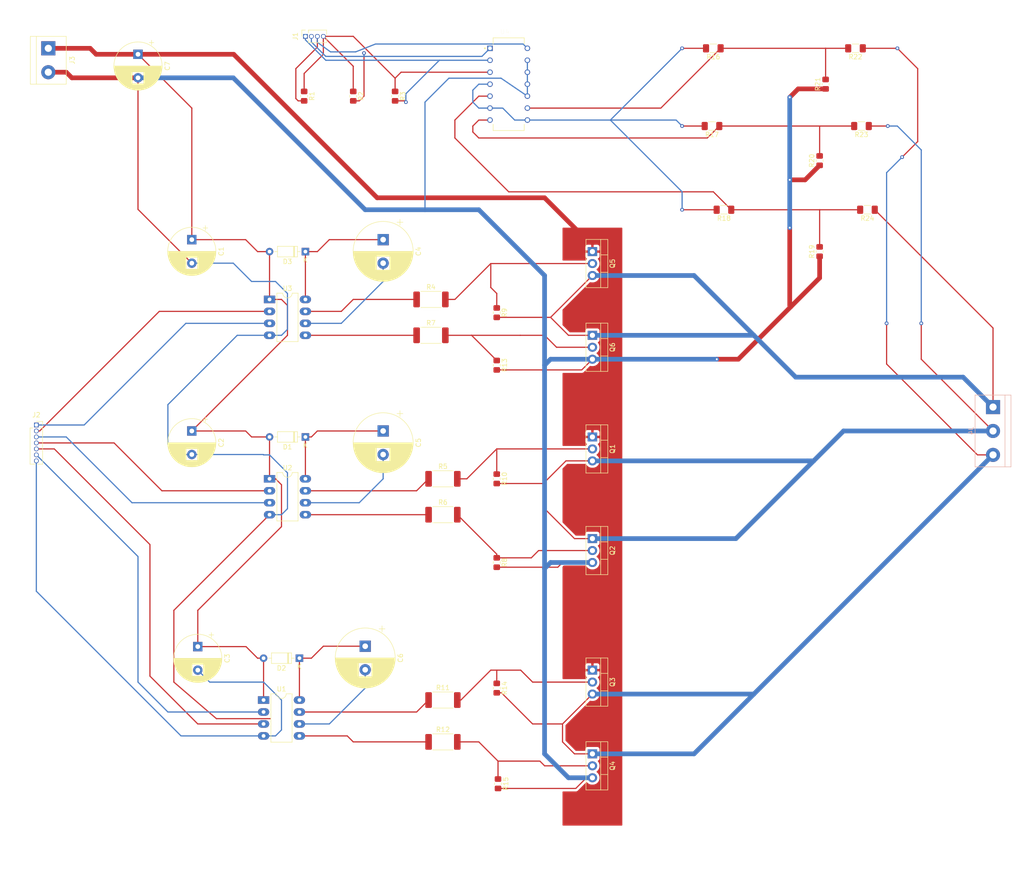
<source format=kicad_pcb>
(kicad_pcb (version 20171130) (host pcbnew "(5.1.8)-1")
  (title_block (title "Sensorless BLDC Electronic Speed Controller") (date 2020-12-10) (rev 0.1) (company "Ahmet Kaan Büyükkaya") (comment 1 "Layout will be updated. PCB will be smaller."))
  (layers (0 F.Cu signal) (31 B.Cu signal) (34 B.Paste user) (35 F.Paste user) (36 B.SilkS user) (37 F.SilkS user) (38 B.Mask user) (39 F.Mask user) (44 Edge.Cuts user))
  (net 0 "")
  (net 1 +12V)
  (net 2 "Net-(C4-Pad2)")
  (net 3 "Net-(C4-Pad1)")
  (net 4 "Net-(C5-Pad2)")
  (net 5 "Net-(C5-Pad1)")
  (net 6 "Net-(C6-Pad2)")
  (net 7 "Net-(C6-Pad1)")
  (net 8 GND)
  (net 9 +3V3)
  (net 10 "Net-(J1-Pad3)")
  (net 11 "Net-(J1-Pad2)")
  (net 12 "Net-(J1-Pad1)")
  (net 13 "Net-(J2-Pad6)")
  (net 14 "Net-(J2-Pad5)")
  (net 15 "Net-(J2-Pad4)")
  (net 16 "Net-(J2-Pad3)")
  (net 17 "Net-(J2-Pad2)")
  (net 18 "Net-(J2-Pad1)")
  (net 19 "Net-(J4-Pad3)")
  (net 20 "Net-(J4-Pad2)")
  (net 21 "Net-(J4-Pad1)")
  (net 22 "Net-(Q1-Pad2)")
  (net 23 "Net-(Q2-Pad2)")
  (net 24 "Net-(Q3-Pad2)")
  (net 25 "Net-(Q4-Pad2)")
  (net 26 "Net-(Q5-Pad2)")
  (net 27 "Net-(Q6-Pad2)")
  (net 28 "Net-(R4-Pad1)")
  (net 29 "Net-(R5-Pad1)")
  (net 30 "Net-(R6-Pad1)")
  (net 31 "Net-(R7-Pad1)")
  (net 32 "Net-(R11-Pad1)")
  (net 33 "Net-(R12-Pad1)")
  (net 34 "Net-(R16-Pad2)")
  (net 35 "Net-(R16-Pad1)")
  (net 36 "Net-(R17-Pad1)")
  (net 37 "Net-(R18-Pad1)")
  (module LM339N:DIP794W45P254L1969H508Q14 (layer F.Cu) (at 115.57 25.4)
    (fp_text reference U4 (at -0.825 -11.135) (layer F.SilkS) (effects (font (thickness 0.015))))
    (fp_text value LM339N)
    (pad 14 thru_hole circle (at 3.97 -7.62) (size 1.17 1.17) (drill 0.77) (layers *.Cu *.Mask) (net 10 "Net-(J1-Pad3)"))
    (pad 13 thru_hole circle (at 3.97 -5.08) (size 1.17 1.17) (drill 0.77) (layers *.Cu *.Mask) (net 8 GND))
    (pad 12 thru_hole circle (at 3.97 -2.54) (size 1.17 1.17) (drill 0.77) (layers *.Cu *.Mask) (net 8 GND))
    (pad 11 thru_hole circle (at 3.97 0) (size 1.17 1.17) (drill 0.77) (layers *.Cu *.Mask) (net 8 GND))
    (pad 10 thru_hole circle (at 3.97 2.54) (size 1.17 1.17) (drill 0.77) (layers *.Cu *.Mask) (net 8 GND))
    (pad 9 thru_hole circle (at 3.97 5.08) (size 1.17 1.17) (drill 0.77) (layers *.Cu *.Mask) (net 35 "Net-(R16-Pad1)"))
    (pad 8 thru_hole circle (at 3.97 7.62) (size 1.17 1.17) (drill 0.77) (layers *.Cu *.Mask) (net 34 "Net-(R16-Pad2)"))
    (pad 7 thru_hole circle (at -3.97 7.62) (size 1.17 1.17) (drill 0.77) (layers *.Cu *.Mask) (net 36 "Net-(R17-Pad1)"))
    (pad 6 thru_hole circle (at -3.97 5.08) (size 1.17 1.17) (drill 0.77) (layers *.Cu *.Mask) (net 34 "Net-(R16-Pad2)"))
    (pad 5 thru_hole circle (at -3.97 2.54) (size 1.17 1.17) (drill 0.77) (layers *.Cu *.Mask) (net 37 "Net-(R18-Pad1)"))
    (pad 4 thru_hole circle (at -3.97 0) (size 1.17 1.17) (drill 0.77) (layers *.Cu *.Mask) (net 34 "Net-(R16-Pad2)"))
    (pad 3 thru_hole circle (at -3.97 -2.54) (size 1.17 1.17) (drill 0.77) (layers *.Cu *.Mask) (net 9 +3V3))
    (pad 2 thru_hole circle (at -3.97 -5.08) (size 1.17 1.17) (drill 0.77) (layers *.Cu *.Mask) (net 12 "Net-(J1-Pad1)"))
    (pad 1 thru_hole rect (at -3.97 -7.62) (size 1.17 1.17) (drill 0.77) (layers *.Cu *.Mask) (net 11 "Net-(J1-Pad2)"))
  )
  (module Package_DIP:DIP-8_W7.62mm_LongPads (layer F.Cu) (at 64.77 71.12)
    (fp_text reference U3 (at 3.81 -2.33) (layer F.SilkS))
    (fp_text value IR2101)
    (pad 8 thru_hole oval (at 7.62 0) (size 2.4 1.6) (drill 0.8) (layers *.Cu *.Mask) (net 3 "Net-(C4-Pad1)"))
    (pad 4 thru_hole oval (at 0 7.62) (size 2.4 1.6) (drill 0.8) (layers *.Cu *.Mask) (net 8 GND))
    (pad 7 thru_hole oval (at 7.62 2.54) (size 2.4 1.6) (drill 0.8) (layers *.Cu *.Mask) (net 28 "Net-(R4-Pad1)"))
    (pad 3 thru_hole oval (at 0 5.08) (size 2.4 1.6) (drill 0.8) (layers *.Cu *.Mask) (net 18 "Net-(J2-Pad1)"))
    (pad 6 thru_hole oval (at 7.62 5.08) (size 2.4 1.6) (drill 0.8) (layers *.Cu *.Mask) (net 2 "Net-(C4-Pad2)"))
    (pad 2 thru_hole oval (at 0 2.54) (size 2.4 1.6) (drill 0.8) (layers *.Cu *.Mask) (net 17 "Net-(J2-Pad2)"))
    (pad 5 thru_hole oval (at 7.62 7.62) (size 2.4 1.6) (drill 0.8) (layers *.Cu *.Mask) (net 31 "Net-(R7-Pad1)"))
    (pad 1 thru_hole rect (at 0 0) (size 2.4 1.6) (drill 0.8) (layers *.Cu *.Mask) (net 1 +12V))
  )
  (module Package_DIP:DIP-8_W7.62mm_LongPads (layer F.Cu) (at 64.77 109.22)
    (fp_text reference U2 (at 3.81 -2.33) (layer F.SilkS))
    (fp_text value IR2101)
    (pad 8 thru_hole oval (at 7.62 0) (size 2.4 1.6) (drill 0.8) (layers *.Cu *.Mask) (net 5 "Net-(C5-Pad1)"))
    (pad 4 thru_hole oval (at 0 7.62) (size 2.4 1.6) (drill 0.8) (layers *.Cu *.Mask) (net 8 GND))
    (pad 7 thru_hole oval (at 7.62 2.54) (size 2.4 1.6) (drill 0.8) (layers *.Cu *.Mask) (net 29 "Net-(R5-Pad1)"))
    (pad 3 thru_hole oval (at 0 5.08) (size 2.4 1.6) (drill 0.8) (layers *.Cu *.Mask) (net 16 "Net-(J2-Pad3)"))
    (pad 6 thru_hole oval (at 7.62 5.08) (size 2.4 1.6) (drill 0.8) (layers *.Cu *.Mask) (net 4 "Net-(C5-Pad2)"))
    (pad 2 thru_hole oval (at 0 2.54) (size 2.4 1.6) (drill 0.8) (layers *.Cu *.Mask) (net 15 "Net-(J2-Pad4)"))
    (pad 5 thru_hole oval (at 7.62 7.62) (size 2.4 1.6) (drill 0.8) (layers *.Cu *.Mask) (net 30 "Net-(R6-Pad1)"))
    (pad 1 thru_hole rect (at 0 0) (size 2.4 1.6) (drill 0.8) (layers *.Cu *.Mask) (net 1 +12V))
  )
  (module Package_DIP:DIP-8_W7.62mm_LongPads (layer F.Cu) (at 63.5 156.21)
    (fp_text reference U1 (at 3.81 -2.33) (layer F.SilkS))
    (fp_text value IR2101)
    (pad 8 thru_hole oval (at 7.62 0) (size 2.4 1.6) (drill 0.8) (layers *.Cu *.Mask) (net 7 "Net-(C6-Pad1)"))
    (pad 4 thru_hole oval (at 0 7.62) (size 2.4 1.6) (drill 0.8) (layers *.Cu *.Mask) (net 8 GND))
    (pad 7 thru_hole oval (at 7.62 2.54) (size 2.4 1.6) (drill 0.8) (layers *.Cu *.Mask) (net 32 "Net-(R11-Pad1)"))
    (pad 3 thru_hole oval (at 0 5.08) (size 2.4 1.6) (drill 0.8) (layers *.Cu *.Mask) (net 14 "Net-(J2-Pad5)"))
    (pad 6 thru_hole oval (at 7.62 5.08) (size 2.4 1.6) (drill 0.8) (layers *.Cu *.Mask) (net 6 "Net-(C6-Pad2)"))
    (pad 2 thru_hole oval (at 0 2.54) (size 2.4 1.6) (drill 0.8) (layers *.Cu *.Mask) (net 13 "Net-(J2-Pad6)"))
    (pad 5 thru_hole oval (at 7.62 7.62) (size 2.4 1.6) (drill 0.8) (layers *.Cu *.Mask) (net 33 "Net-(R12-Pad1)"))
    (pad 1 thru_hole rect (at 0 0) (size 2.4 1.6) (drill 0.8) (layers *.Cu *.Mask) (net 1 +12V))
  )
  (module Resistor_SMD:R_1206_3216Metric_Pad1.30x1.75mm_HandSolder (layer F.Cu) (at 191.77 52.07 180)
    (fp_text reference R24 (at 0 -1.82) (layer F.SilkS))
    (fp_text value 33k)
    (pad 2 smd roundrect (at 1.55 0 180) (size 1.3 1.75) (layers F.Cu F.Paste F.Mask) (roundrect_rratio 0.1923076923076923) (net 37 "Net-(R18-Pad1)"))
    (pad 1 smd roundrect (at -1.55 0 180) (size 1.3 1.75) (layers F.Cu F.Paste F.Mask) (roundrect_rratio 0.1923076923076923) (net 21 "Net-(J4-Pad1)"))
  )
  (module Resistor_SMD:R_1206_3216Metric_Pad1.30x1.75mm_HandSolder (layer F.Cu) (at 190.5 34.29 180)
    (fp_text reference R23 (at 0 -1.82) (layer F.SilkS))
    (fp_text value 33k)
    (pad 2 smd roundrect (at 1.55 0 180) (size 1.3 1.75) (layers F.Cu F.Paste F.Mask) (roundrect_rratio 0.1923076923076923) (net 36 "Net-(R17-Pad1)"))
    (pad 1 smd roundrect (at -1.55 0 180) (size 1.3 1.75) (layers F.Cu F.Paste F.Mask) (roundrect_rratio 0.1923076923076923) (net 20 "Net-(J4-Pad2)"))
  )
  (module Resistor_SMD:R_1206_3216Metric_Pad1.30x1.75mm_HandSolder (layer F.Cu) (at 189.23 17.78 180)
    (fp_text reference R22 (at 0 -1.82) (layer F.SilkS))
    (fp_text value 33k)
    (pad 2 smd roundrect (at 1.55 0 180) (size 1.3 1.75) (layers F.Cu F.Paste F.Mask) (roundrect_rratio 0.1923076923076923) (net 35 "Net-(R16-Pad1)"))
    (pad 1 smd roundrect (at -1.55 0 180) (size 1.3 1.75) (layers F.Cu F.Paste F.Mask) (roundrect_rratio 0.1923076923076923) (net 19 "Net-(J4-Pad3)"))
  )
  (module Resistor_SMD:R_0805_2012Metric_Pad1.20x1.40mm_HandSolder (layer F.Cu) (at 182.88 25.4 90)
    (fp_text reference R21 (at 0 -1.65 90) (layer F.SilkS))
    (fp_text value 10k)
    (pad 2 smd roundrect (at 1 0 90) (size 1.2 1.4) (layers F.Cu F.Paste F.Mask) (roundrect_rratio 0.2083325) (net 35 "Net-(R16-Pad1)"))
    (pad 1 smd roundrect (at -1 0 90) (size 1.2 1.4) (layers F.Cu F.Paste F.Mask) (roundrect_rratio 0.2083325) (net 8 GND))
  )
  (module Resistor_SMD:R_0805_2012Metric_Pad1.20x1.40mm_HandSolder (layer F.Cu) (at 181.61 41.64 90)
    (fp_text reference R20 (at 0 -1.65 90) (layer F.SilkS))
    (fp_text value 10k)
    (pad 2 smd roundrect (at 1 0 90) (size 1.2 1.4) (layers F.Cu F.Paste F.Mask) (roundrect_rratio 0.2083325) (net 36 "Net-(R17-Pad1)"))
    (pad 1 smd roundrect (at -1 0 90) (size 1.2 1.4) (layers F.Cu F.Paste F.Mask) (roundrect_rratio 0.2083325) (net 8 GND))
  )
  (module Resistor_SMD:R_0805_2012Metric_Pad1.20x1.40mm_HandSolder (layer F.Cu) (at 181.61 60.96 90)
    (fp_text reference R19 (at 0 -1.65 90) (layer F.SilkS))
    (fp_text value 10k)
    (pad 2 smd roundrect (at 1 0 90) (size 1.2 1.4) (layers F.Cu F.Paste F.Mask) (roundrect_rratio 0.2083325) (net 37 "Net-(R18-Pad1)"))
    (pad 1 smd roundrect (at -1 0 90) (size 1.2 1.4) (layers F.Cu F.Paste F.Mask) (roundrect_rratio 0.2083325) (net 8 GND))
  )
  (module Resistor_SMD:R_1206_3216Metric_Pad1.30x1.75mm_HandSolder (layer F.Cu) (at 161.29 52.07 180)
    (fp_text reference R18 (at 0 -1.82) (layer F.SilkS))
    (fp_text value 33k)
    (pad 2 smd roundrect (at 1.55 0 180) (size 1.3 1.75) (layers F.Cu F.Paste F.Mask) (roundrect_rratio 0.1923076923076923) (net 34 "Net-(R16-Pad2)"))
    (pad 1 smd roundrect (at -1.55 0 180) (size 1.3 1.75) (layers F.Cu F.Paste F.Mask) (roundrect_rratio 0.1923076923076923) (net 37 "Net-(R18-Pad1)"))
  )
  (module Resistor_SMD:R_1206_3216Metric_Pad1.30x1.75mm_HandSolder (layer F.Cu) (at 158.75 34.29 180)
    (fp_text reference R17 (at 0 -1.82) (layer F.SilkS))
    (fp_text value 33k)
    (pad 2 smd roundrect (at 1.55 0 180) (size 1.3 1.75) (layers F.Cu F.Paste F.Mask) (roundrect_rratio 0.1923076923076923) (net 34 "Net-(R16-Pad2)"))
    (pad 1 smd roundrect (at -1.55 0 180) (size 1.3 1.75) (layers F.Cu F.Paste F.Mask) (roundrect_rratio 0.1923076923076923) (net 36 "Net-(R17-Pad1)"))
  )
  (module Resistor_SMD:R_1206_3216Metric_Pad1.30x1.75mm_HandSolder (layer F.Cu) (at 159.03 17.78 180)
    (fp_text reference R16 (at 0 -1.82) (layer F.SilkS))
    (fp_text value 33k)
    (pad 2 smd roundrect (at 1.55 0 180) (size 1.3 1.75) (layers F.Cu F.Paste F.Mask) (roundrect_rratio 0.1923076923076923) (net 34 "Net-(R16-Pad2)"))
    (pad 1 smd roundrect (at -1.55 0 180) (size 1.3 1.75) (layers F.Cu F.Paste F.Mask) (roundrect_rratio 0.1923076923076923) (net 35 "Net-(R16-Pad1)"))
  )
  (module Resistor_SMD:R_0805_2012Metric_Pad1.20x1.40mm_HandSolder (layer F.Cu) (at 113.3 173.99 270)
    (fp_text reference R15 (at 0 -1.65 90) (layer F.SilkS))
    (fp_text value 220)
    (pad 2 smd roundrect (at 1 0 270) (size 1.2 1.4) (layers F.Cu F.Paste F.Mask) (roundrect_rratio 0.2083325) (net 8 GND))
    (pad 1 smd roundrect (at -1 0 270) (size 1.2 1.4) (layers F.Cu F.Paste F.Mask) (roundrect_rratio 0.2083325) (net 25 "Net-(Q4-Pad2)"))
  )
  (module Resistor_SMD:R_0805_2012Metric_Pad1.20x1.40mm_HandSolder (layer F.Cu) (at 113.03 153.67 270)
    (fp_text reference R14 (at 0 -1.65 90) (layer F.SilkS))
    (fp_text value 220)
    (pad 2 smd roundrect (at 1 0 270) (size 1.2 1.4) (layers F.Cu F.Paste F.Mask) (roundrect_rratio 0.2083325) (net 19 "Net-(J4-Pad3)"))
    (pad 1 smd roundrect (at -1 0 270) (size 1.2 1.4) (layers F.Cu F.Paste F.Mask) (roundrect_rratio 0.2083325) (net 24 "Net-(Q3-Pad2)"))
  )
  (module Resistor_SMD:R_0805_2012Metric_Pad1.20x1.40mm_HandSolder (layer F.Cu) (at 113.03 85.09 270)
    (fp_text reference R13 (at 0 -1.65 90) (layer F.SilkS))
    (fp_text value 220)
    (pad 2 smd roundrect (at 1 0 270) (size 1.2 1.4) (layers F.Cu F.Paste F.Mask) (roundrect_rratio 0.2083325) (net 8 GND))
    (pad 1 smd roundrect (at -1 0 270) (size 1.2 1.4) (layers F.Cu F.Paste F.Mask) (roundrect_rratio 0.2083325) (net 27 "Net-(Q6-Pad2)"))
  )
  (module Resistor_SMD:R_2512_6332Metric_Pad1.40x3.35mm_HandSolder (layer F.Cu) (at 101.6 165.1)
    (fp_text reference R12 (at 0 -2.62) (layer F.SilkS))
    (fp_text value 10_2W)
    (pad 2 smd roundrect (at 3.05 0) (size 1.4 3.35) (layers F.Cu F.Paste F.Mask) (roundrect_rratio 0.1785707142857143) (net 25 "Net-(Q4-Pad2)"))
    (pad 1 smd roundrect (at -3.05 0) (size 1.4 3.35) (layers F.Cu F.Paste F.Mask) (roundrect_rratio 0.1785707142857143) (net 33 "Net-(R12-Pad1)"))
  )
  (module Resistor_SMD:R_2512_6332Metric_Pad1.40x3.35mm_HandSolder (layer F.Cu) (at 101.6 156.21)
    (fp_text reference R11 (at 0 -2.62) (layer F.SilkS))
    (fp_text value 10_2W)
    (pad 2 smd roundrect (at 3.05 0) (size 1.4 3.35) (layers F.Cu F.Paste F.Mask) (roundrect_rratio 0.1785707142857143) (net 24 "Net-(Q3-Pad2)"))
    (pad 1 smd roundrect (at -3.05 0) (size 1.4 3.35) (layers F.Cu F.Paste F.Mask) (roundrect_rratio 0.1785707142857143) (net 32 "Net-(R11-Pad1)"))
  )
  (module Resistor_SMD:R_0805_2012Metric_Pad1.20x1.40mm_HandSolder (layer F.Cu) (at 113.03 109.22 270)
    (fp_text reference R10 (at 0 -1.65 90) (layer F.SilkS))
    (fp_text value 220)
    (pad 2 smd roundrect (at 1 0 270) (size 1.2 1.4) (layers F.Cu F.Paste F.Mask) (roundrect_rratio 0.2083325) (net 20 "Net-(J4-Pad2)"))
    (pad 1 smd roundrect (at -1 0 270) (size 1.2 1.4) (layers F.Cu F.Paste F.Mask) (roundrect_rratio 0.2083325) (net 22 "Net-(Q1-Pad2)"))
  )
  (module Resistor_SMD:R_0805_2012Metric_Pad1.20x1.40mm_HandSolder (layer F.Cu) (at 113.03 73.93 270)
    (fp_text reference R9 (at 0 -1.65 90) (layer F.SilkS))
    (fp_text value 220)
    (pad 2 smd roundrect (at 1 0 270) (size 1.2 1.4) (layers F.Cu F.Paste F.Mask) (roundrect_rratio 0.2083325) (net 21 "Net-(J4-Pad1)"))
    (pad 1 smd roundrect (at -1 0 270) (size 1.2 1.4) (layers F.Cu F.Paste F.Mask) (roundrect_rratio 0.2083325) (net 26 "Net-(Q5-Pad2)"))
  )
  (module Resistor_SMD:R_0805_2012Metric_Pad1.20x1.40mm_HandSolder (layer F.Cu) (at 113.03 127 270)
    (fp_text reference R8 (at 0 -1.65 90) (layer F.SilkS))
    (fp_text value 220)
    (pad 2 smd roundrect (at 1 0 270) (size 1.2 1.4) (layers F.Cu F.Paste F.Mask) (roundrect_rratio 0.2083325) (net 8 GND))
    (pad 1 smd roundrect (at -1 0 270) (size 1.2 1.4) (layers F.Cu F.Paste F.Mask) (roundrect_rratio 0.2083325) (net 23 "Net-(Q2-Pad2)"))
  )
  (module Resistor_SMD:R_2512_6332Metric_Pad1.40x3.35mm_HandSolder (layer F.Cu) (at 99.06 78.74)
    (fp_text reference R7 (at 0 -2.62) (layer F.SilkS))
    (fp_text value 10_2W)
    (pad 2 smd roundrect (at 3.05 0) (size 1.4 3.35) (layers F.Cu F.Paste F.Mask) (roundrect_rratio 0.1785707142857143) (net 27 "Net-(Q6-Pad2)"))
    (pad 1 smd roundrect (at -3.05 0) (size 1.4 3.35) (layers F.Cu F.Paste F.Mask) (roundrect_rratio 0.1785707142857143) (net 31 "Net-(R7-Pad1)"))
  )
  (module Resistor_SMD:R_2512_6332Metric_Pad1.40x3.35mm_HandSolder (layer F.Cu) (at 101.6 116.84)
    (fp_text reference R6 (at 0 -2.62) (layer F.SilkS))
    (fp_text value 10_2W)
    (pad 2 smd roundrect (at 3.05 0) (size 1.4 3.35) (layers F.Cu F.Paste F.Mask) (roundrect_rratio 0.1785707142857143) (net 23 "Net-(Q2-Pad2)"))
    (pad 1 smd roundrect (at -3.05 0) (size 1.4 3.35) (layers F.Cu F.Paste F.Mask) (roundrect_rratio 0.1785707142857143) (net 30 "Net-(R6-Pad1)"))
  )
  (module Resistor_SMD:R_2512_6332Metric_Pad1.40x3.35mm_HandSolder (layer F.Cu) (at 101.6 109.22)
    (fp_text reference R5 (at 0 -2.62) (layer F.SilkS))
    (fp_text value 10_2W)
    (pad 2 smd roundrect (at 3.05 0) (size 1.4 3.35) (layers F.Cu F.Paste F.Mask) (roundrect_rratio 0.1785707142857143) (net 22 "Net-(Q1-Pad2)"))
    (pad 1 smd roundrect (at -3.05 0) (size 1.4 3.35) (layers F.Cu F.Paste F.Mask) (roundrect_rratio 0.1785707142857143) (net 29 "Net-(R5-Pad1)"))
  )
  (module Resistor_SMD:R_2512_6332Metric_Pad1.40x3.35mm_HandSolder (layer F.Cu) (at 99.06 71.12)
    (fp_text reference R4 (at 0 -2.62) (layer F.SilkS))
    (fp_text value 10_2W)
    (pad 2 smd roundrect (at 3.05 0) (size 1.4 3.35) (layers F.Cu F.Paste F.Mask) (roundrect_rratio 0.1785707142857143) (net 26 "Net-(Q5-Pad2)"))
    (pad 1 smd roundrect (at -3.05 0) (size 1.4 3.35) (layers F.Cu F.Paste F.Mask) (roundrect_rratio 0.1785707142857143) (net 28 "Net-(R4-Pad1)"))
  )
  (module Resistor_SMD:R_0805_2012Metric_Pad1.20x1.40mm_HandSolder (layer F.Cu) (at 91.44 27.94 270)
    (fp_text reference R3 (at 0 -1.65 90) (layer F.SilkS))
    (fp_text value 10k)
    (pad 2 smd roundrect (at 1 0 270) (size 1.2 1.4) (layers F.Cu F.Paste F.Mask) (roundrect_rratio 0.2083325) (net 12 "Net-(J1-Pad1)"))
    (pad 1 smd roundrect (at -1 0 270) (size 1.2 1.4) (layers F.Cu F.Paste F.Mask) (roundrect_rratio 0.2083325) (net 9 +3V3))
  )
  (module Resistor_SMD:R_0805_2012Metric_Pad1.20x1.40mm_HandSolder (layer F.Cu) (at 82.55 27.94 270)
    (fp_text reference R2 (at 0 -1.65 90) (layer F.SilkS))
    (fp_text value 10k)
    (pad 2 smd roundrect (at 1 0 270) (size 1.2 1.4) (layers F.Cu F.Paste F.Mask) (roundrect_rratio 0.2083325) (net 11 "Net-(J1-Pad2)"))
    (pad 1 smd roundrect (at -1 0 270) (size 1.2 1.4) (layers F.Cu F.Paste F.Mask) (roundrect_rratio 0.2083325) (net 9 +3V3))
  )
  (module Resistor_SMD:R_0805_2012Metric_Pad1.20x1.40mm_HandSolder (layer F.Cu) (at 72.12 27.94 270)
    (fp_text reference R1 (at 0 -1.65 90) (layer F.SilkS))
    (fp_text value 10k)
    (pad 2 smd roundrect (at 1 0 270) (size 1.2 1.4) (layers F.Cu F.Paste F.Mask) (roundrect_rratio 0.2083325) (net 10 "Net-(J1-Pad3)"))
    (pad 1 smd roundrect (at -1 0 270) (size 1.2 1.4) (layers F.Cu F.Paste F.Mask) (roundrect_rratio 0.2083325) (net 9 +3V3))
  )
  (module Package_TO_SOT_THT:TO-220-3_Vertical (layer F.Cu) (at 133.35 78.74 270)
    (fp_text reference Q6 (at 2.54 -4.27 90) (layer F.SilkS))
    (fp_text value 50N06)
    (pad 3 thru_hole oval (at 5.08 0 270) (size 1.905 2) (drill 1.1) (layers *.Cu *.Mask) (net 8 GND))
    (pad 2 thru_hole oval (at 2.54 0 270) (size 1.905 2) (drill 1.1) (layers *.Cu *.Mask) (net 27 "Net-(Q6-Pad2)"))
    (pad 1 thru_hole rect (at 0 0 270) (size 1.905 2) (drill 1.1) (layers *.Cu *.Mask) (net 21 "Net-(J4-Pad1)"))
  )
  (module Package_TO_SOT_THT:TO-220-3_Vertical (layer F.Cu) (at 133.35 60.96 270)
    (fp_text reference Q5 (at 2.54 -4.27 90) (layer F.SilkS))
    (fp_text value 50N06)
    (pad 3 thru_hole oval (at 5.08 0 270) (size 1.905 2) (drill 1.1) (layers *.Cu *.Mask) (net 21 "Net-(J4-Pad1)"))
    (pad 2 thru_hole oval (at 2.54 0 270) (size 1.905 2) (drill 1.1) (layers *.Cu *.Mask) (net 26 "Net-(Q5-Pad2)"))
    (pad 1 thru_hole rect (at 0 0 270) (size 1.905 2) (drill 1.1) (layers *.Cu *.Mask) (net 1 +12V))
  )
  (module Package_TO_SOT_THT:TO-220-3_Vertical (layer F.Cu) (at 133.35 167.64 270)
    (fp_text reference Q4 (at 2.54 -4.27 90) (layer F.SilkS))
    (fp_text value 50N06)
    (pad 3 thru_hole oval (at 5.08 0 270) (size 1.905 2) (drill 1.1) (layers *.Cu *.Mask) (net 8 GND))
    (pad 2 thru_hole oval (at 2.54 0 270) (size 1.905 2) (drill 1.1) (layers *.Cu *.Mask) (net 25 "Net-(Q4-Pad2)"))
    (pad 1 thru_hole rect (at 0 0 270) (size 1.905 2) (drill 1.1) (layers *.Cu *.Mask) (net 19 "Net-(J4-Pad3)"))
  )
  (module Package_TO_SOT_THT:TO-220-3_Vertical (layer F.Cu) (at 133.35 149.86 270)
    (fp_text reference Q3 (at 2.54 -4.27 90) (layer F.SilkS))
    (fp_text value 50N06)
    (pad 3 thru_hole oval (at 5.08 0 270) (size 1.905 2) (drill 1.1) (layers *.Cu *.Mask) (net 19 "Net-(J4-Pad3)"))
    (pad 2 thru_hole oval (at 2.54 0 270) (size 1.905 2) (drill 1.1) (layers *.Cu *.Mask) (net 24 "Net-(Q3-Pad2)"))
    (pad 1 thru_hole rect (at 0 0 270) (size 1.905 2) (drill 1.1) (layers *.Cu *.Mask) (net 1 +12V))
  )
  (module Package_TO_SOT_THT:TO-220-3_Vertical (layer F.Cu) (at 133.35 121.92 270)
    (fp_text reference Q2 (at 2.54 -4.27 90) (layer F.SilkS))
    (fp_text value 50N06)
    (pad 3 thru_hole oval (at 5.08 0 270) (size 1.905 2) (drill 1.1) (layers *.Cu *.Mask) (net 8 GND))
    (pad 2 thru_hole oval (at 2.54 0 270) (size 1.905 2) (drill 1.1) (layers *.Cu *.Mask) (net 23 "Net-(Q2-Pad2)"))
    (pad 1 thru_hole rect (at 0 0 270) (size 1.905 2) (drill 1.1) (layers *.Cu *.Mask) (net 20 "Net-(J4-Pad2)"))
  )
  (module Package_TO_SOT_THT:TO-220-3_Vertical (layer F.Cu) (at 133.35 100.33 270)
    (fp_text reference Q1 (at 2.54 -4.27 90) (layer F.SilkS))
    (fp_text value 50N06)
    (pad 3 thru_hole oval (at 5.08 0 270) (size 1.905 2) (drill 1.1) (layers *.Cu *.Mask) (net 20 "Net-(J4-Pad2)"))
    (pad 2 thru_hole oval (at 2.54 0 270) (size 1.905 2) (drill 1.1) (layers *.Cu *.Mask) (net 22 "Net-(Q1-Pad2)"))
    (pad 1 thru_hole rect (at 0 0 270) (size 1.905 2) (drill 1.1) (layers *.Cu *.Mask) (net 1 +12V))
  )
  (module TerminalBlock:TerminalBlock_bornier-3_P5.08mm (layer B.Cu) (at 218.44 93.98 270)
    (fp_text reference J4 (at 5.05 4.65 270) (layer B.SilkS) (effects (justify mirror)))
    (fp_text value Screw_Terminal_01x03)
    (pad 3 thru_hole circle (at 10.16 0 270) (size 3 3) (drill 1.52) (layers *.Cu *.Mask) (net 19 "Net-(J4-Pad3)"))
    (pad 2 thru_hole circle (at 5.08 0 270) (size 3 3) (drill 1.52) (layers *.Cu *.Mask) (net 20 "Net-(J4-Pad2)"))
    (pad 1 thru_hole rect (at 0 0 270) (size 3 3) (drill 1.52) (layers *.Cu *.Mask) (net 21 "Net-(J4-Pad1)"))
  )
  (module TerminalBlock:TerminalBlock_bornier-2_P5.08mm (layer F.Cu) (at 17.78 17.78 270)
    (fp_text reference J3 (at 2.54 -5.08 90) (layer F.SilkS))
    (fp_text value Screw_Terminal_01x02)
    (pad 2 thru_hole circle (at 5.08 0 270) (size 3 3) (drill 1.52) (layers *.Cu *.Mask) (net 8 GND))
    (pad 1 thru_hole rect (at 0 0 270) (size 3 3) (drill 1.52) (layers *.Cu *.Mask) (net 1 +12V))
  )
  (module Connector_PinSocket_1.27mm:PinSocket_1x07_P1.27mm_Vertical (layer F.Cu) (at 15.24 97.79)
    (fp_text reference J2 (at 0 -2.135) (layer F.SilkS))
    (fp_text value Conn_01x07_Female)
    (pad 7 thru_hole oval (at 0 7.62) (size 1 1) (drill 0.7) (layers *.Cu *.Mask) (net 8 GND))
    (pad 6 thru_hole oval (at 0 6.35) (size 1 1) (drill 0.7) (layers *.Cu *.Mask) (net 13 "Net-(J2-Pad6)"))
    (pad 5 thru_hole oval (at 0 5.08) (size 1 1) (drill 0.7) (layers *.Cu *.Mask) (net 14 "Net-(J2-Pad5)"))
    (pad 4 thru_hole oval (at 0 3.81) (size 1 1) (drill 0.7) (layers *.Cu *.Mask) (net 15 "Net-(J2-Pad4)"))
    (pad 3 thru_hole oval (at 0 2.54) (size 1 1) (drill 0.7) (layers *.Cu *.Mask) (net 16 "Net-(J2-Pad3)"))
    (pad 2 thru_hole oval (at 0 1.27) (size 1 1) (drill 0.7) (layers *.Cu *.Mask) (net 17 "Net-(J2-Pad2)"))
    (pad 1 thru_hole rect (at 0 0) (size 1 1) (drill 0.7) (layers *.Cu *.Mask) (net 18 "Net-(J2-Pad1)"))
  )
  (module Connector_PinSocket_1.27mm:PinSocket_1x04_P1.27mm_Vertical (layer F.Cu) (at 72.39 15.24 90)
    (fp_text reference J1 (at 0 -2.135 90) (layer F.SilkS))
    (fp_text value Conn_01x04_Female)
    (pad 4 thru_hole oval (at 0 3.81 90) (size 1 1) (drill 0.7) (layers *.Cu *.Mask) (net 9 +3V3))
    (pad 3 thru_hole oval (at 0 2.54 90) (size 1 1) (drill 0.7) (layers *.Cu *.Mask) (net 10 "Net-(J1-Pad3)"))
    (pad 2 thru_hole oval (at 0 1.27 90) (size 1 1) (drill 0.7) (layers *.Cu *.Mask) (net 11 "Net-(J1-Pad2)"))
    (pad 1 thru_hole rect (at 0 0 90) (size 1 1) (drill 0.7) (layers *.Cu *.Mask) (net 12 "Net-(J1-Pad1)"))
  )
  (module Diode_THT:D_DO-35_SOD27_P7.62mm_Horizontal (layer F.Cu) (at 72.39 60.96 180)
    (fp_text reference D3 (at 3.81 -2.12) (layer F.SilkS))
    (fp_text value 1N4148)
    (fp_text user K (at 0 -1.8) (layer F.SilkS))
    (pad 2 thru_hole oval (at 7.62 0 180) (size 1.6 1.6) (drill 0.8) (layers *.Cu *.Mask) (net 1 +12V))
    (pad 1 thru_hole rect (at 0 0 180) (size 1.6 1.6) (drill 0.8) (layers *.Cu *.Mask) (net 3 "Net-(C4-Pad1)"))
  )
  (module Diode_THT:D_DO-35_SOD27_P7.62mm_Horizontal (layer F.Cu) (at 71.12 147.32 180)
    (fp_text reference D2 (at 3.81 -2.12) (layer F.SilkS))
    (fp_text value 1N4148)
    (fp_text user K (at 0 -1.8) (layer F.SilkS))
    (pad 2 thru_hole oval (at 7.62 0 180) (size 1.6 1.6) (drill 0.8) (layers *.Cu *.Mask) (net 1 +12V))
    (pad 1 thru_hole rect (at 0 0 180) (size 1.6 1.6) (drill 0.8) (layers *.Cu *.Mask) (net 7 "Net-(C6-Pad1)"))
  )
  (module Diode_THT:D_DO-35_SOD27_P7.62mm_Horizontal (layer F.Cu) (at 72.39 100.33 180)
    (fp_text reference D1 (at 3.81 -2.12) (layer F.SilkS))
    (fp_text value 1N4148)
    (fp_text user K (at 0 -1.8) (layer F.SilkS))
    (pad 2 thru_hole oval (at 7.62 0 180) (size 1.6 1.6) (drill 0.8) (layers *.Cu *.Mask) (net 1 +12V))
    (pad 1 thru_hole rect (at 0 0 180) (size 1.6 1.6) (drill 0.8) (layers *.Cu *.Mask) (net 5 "Net-(C5-Pad1)"))
  )
  (module Capacitor_THT:CP_Radial_D10.0mm_P5.00mm (layer F.Cu) (at 36.83 19.05 270)
    (fp_text reference C7 (at 2.5 -6.25 90) (layer F.SilkS))
    (fp_text value 470u)
    (pad 2 thru_hole circle (at 5 0 270) (size 2 2) (drill 1) (layers *.Cu *.Mask) (net 8 GND))
    (pad 1 thru_hole rect (at 0 0 270) (size 2 2) (drill 1) (layers *.Cu *.Mask) (net 1 +12V))
  )
  (module Capacitor_THT:CP_Radial_D12.5mm_P5.00mm (layer F.Cu) (at 85.09 144.78 270)
    (fp_text reference C6 (at 2.5 -7.5 90) (layer F.SilkS))
    (fp_text value 2u2)
    (pad 2 thru_hole circle (at 5 0 270) (size 2.4 2.4) (drill 1.2) (layers *.Cu *.Mask) (net 6 "Net-(C6-Pad2)"))
    (pad 1 thru_hole rect (at 0 0 270) (size 2.4 2.4) (drill 1.2) (layers *.Cu *.Mask) (net 7 "Net-(C6-Pad1)"))
  )
  (module Capacitor_THT:CP_Radial_D12.5mm_P5.00mm (layer F.Cu) (at 88.9 99.06 270)
    (fp_text reference C5 (at 2.5 -7.5 90) (layer F.SilkS))
    (fp_text value 2u2)
    (pad 2 thru_hole circle (at 5 0 270) (size 2.4 2.4) (drill 1.2) (layers *.Cu *.Mask) (net 4 "Net-(C5-Pad2)"))
    (pad 1 thru_hole rect (at 0 0 270) (size 2.4 2.4) (drill 1.2) (layers *.Cu *.Mask) (net 5 "Net-(C5-Pad1)"))
  )
  (module Capacitor_THT:CP_Radial_D12.5mm_P5.00mm (layer F.Cu) (at 88.9 58.42 270)
    (fp_text reference C4 (at 2.5 -7.5 90) (layer F.SilkS))
    (fp_text value 2u2)
    (pad 2 thru_hole circle (at 5 0 270) (size 2.4 2.4) (drill 1.2) (layers *.Cu *.Mask) (net 2 "Net-(C4-Pad2)"))
    (pad 1 thru_hole rect (at 0 0 270) (size 2.4 2.4) (drill 1.2) (layers *.Cu *.Mask) (net 3 "Net-(C4-Pad1)"))
  )
  (module Capacitor_THT:CP_Radial_D10.0mm_P5.00mm (layer F.Cu) (at 49.53 144.86 270)
    (fp_text reference C3 (at 2.5 -6.25 90) (layer F.SilkS))
    (fp_text value 10u)
    (pad 2 thru_hole circle (at 5 0 270) (size 2 2) (drill 1) (layers *.Cu *.Mask) (net 8 GND))
    (pad 1 thru_hole rect (at 0 0 270) (size 2 2) (drill 1) (layers *.Cu *.Mask) (net 1 +12V))
  )
  (module Capacitor_THT:CP_Radial_D10.0mm_P5.00mm (layer F.Cu) (at 48.26 99.06 270)
    (fp_text reference C2 (at 2.5 -6.25 90) (layer F.SilkS))
    (fp_text value 10u)
    (pad 2 thru_hole circle (at 5 0 270) (size 2 2) (drill 1) (layers *.Cu *.Mask) (net 8 GND))
    (pad 1 thru_hole rect (at 0 0 270) (size 2 2) (drill 1) (layers *.Cu *.Mask) (net 1 +12V))
  )
  (module Capacitor_THT:CP_Radial_D10.0mm_P5.00mm (layer F.Cu) (at 48.26 58.42 270)
    (fp_text reference C1 (at 2.5 -6.25 90) (layer F.SilkS))
    (fp_text value 10u)
    (pad 2 thru_hole circle (at 5 0 270) (size 2 2) (drill 1) (layers *.Cu *.Mask) (net 8 GND))
    (pad 1 thru_hole rect (at 0 0 270) (size 2 2) (drill 1) (layers *.Cu *.Mask) (net 1 +12V))
  )
  (segment (start 63.5 147.32) (end 62.23 147.32) (width 0.25) (layer F.Cu) (net 1))
  (segment (start 59.77 144.86) (end 49.53 144.86) (width 0.25) (layer F.Cu) (net 1))
  (segment (start 62.23 147.32) (end 59.77 144.86) (width 0.25) (layer F.Cu) (net 1))
  (segment (start 63.5 156.21) (end 63.5 147.32) (width 0.25) (layer F.Cu) (net 1))
  (segment (start 64.77 100.33) (end 60.96 100.33) (width 0.25) (layer F.Cu) (net 1))
  (segment (start 59.69 99.06) (end 48.26 99.06) (width 0.25) (layer F.Cu) (net 1))
  (segment (start 60.96 100.33) (end 59.69 99.06) (width 0.25) (layer F.Cu) (net 1))
  (segment (start 64.77 109.22) (end 64.77 100.33) (width 0.25) (layer F.Cu) (net 1))
  (segment (start 64.77 60.96) (end 62.23 60.96) (width 0.25) (layer F.Cu) (net 1))
  (segment (start 59.69 58.42) (end 48.26 58.42) (width 0.25) (layer F.Cu) (net 1))
  (segment (start 62.23 60.96) (end 59.69 58.42) (width 0.25) (layer F.Cu) (net 1))
  (segment (start 64.77 71.12) (end 64.77 60.96) (width 0.25) (layer F.Cu) (net 1))
  (segment (start 26.67 17.78) (end 17.78 17.78) (width 1) (layer F.Cu) (net 1))
  (segment (start 27.94 19.05) (end 26.67 17.78) (width 1) (layer F.Cu) (net 1))
  (segment (start 36.83 19.05) (end 27.94 19.05) (width 1) (layer F.Cu) (net 1))
  (segment (start 67.31 71.12) (end 64.77 71.12) (width 0.25) (layer F.Cu) (net 1))
  (segment (start 68.58 72.39) (end 67.31 71.12) (width 0.25) (layer F.Cu) (net 1))
  (segment (start 68.58 78.74) (end 68.58 72.39) (width 0.25) (layer F.Cu) (net 1))
  (segment (start 48.26 99.06) (end 68.58 78.74) (width 0.25) (layer F.Cu) (net 1))
  (segment (start 49.53 144.86) (end 49.53 137.16) (width 0.25) (layer F.Cu) (net 1))
  (segment (start 49.53 137.16) (end 67.31 119.38) (width 0.25) (layer F.Cu) (net 1))
  (segment (start 67.31 119.38) (end 67.31 110.49) (width 0.25) (layer F.Cu) (net 1))
  (segment (start 67.31 110.49) (end 66.04 109.22) (width 0.25) (layer F.Cu) (net 1))
  (segment (start 66.04 109.22) (end 64.77 109.22) (width 0.25) (layer F.Cu) (net 1))
  (segment (start 48.26 30.48) (end 36.83 19.05) (width 0.25) (layer F.Cu) (net 1))
  (segment (start 48.26 58.42) (end 48.26 30.48) (width 0.25) (layer F.Cu) (net 1))
  (segment (start 36.83 19.05) (end 57.15 19.05) (width 1) (layer F.Cu) (net 1))
  (segment (start 57.15 19.05) (end 87.63 49.53) (width 1) (layer F.Cu) (net 1))
  (segment (start 87.63 49.53) (end 123.19 49.53) (width 1) (layer F.Cu) (net 1))
  (segment (start 123.19 49.53) (end 130.81 57.15) (width 1) (layer F.Cu) (net 1))
  (segment (start 72.39 76.2) (end 80.01 76.2) (width 0.25) (layer B.Cu) (net 2))
  (segment (start 88.9 67.31) (end 88.9 63.42) (width 0.25) (layer B.Cu) (net 2))
  (segment (start 80.01 76.2) (end 88.9 67.31) (width 0.25) (layer B.Cu) (net 2))
  (segment (start 72.39 60.96) (end 74.93 60.96) (width 0.25) (layer F.Cu) (net 3))
  (segment (start 77.47 58.42) (end 88.9 58.42) (width 0.25) (layer F.Cu) (net 3))
  (segment (start 74.93 60.96) (end 77.47 58.42) (width 0.25) (layer F.Cu) (net 3))
  (segment (start 72.39 71.12) (end 72.39 60.96) (width 0.25) (layer F.Cu) (net 3))
  (segment (start 72.39 114.3) (end 83.82 114.3) (width 0.25) (layer B.Cu) (net 4))
  (segment (start 88.9 109.22) (end 88.9 104.06) (width 0.25) (layer B.Cu) (net 4))
  (segment (start 83.82 114.3) (end 88.9 109.22) (width 0.25) (layer B.Cu) (net 4))
  (segment (start 72.39 100.33) (end 72.39 109.22) (width 0.25) (layer F.Cu) (net 5))
  (segment (start 72.39 100.33) (end 73.66 100.33) (width 0.25) (layer F.Cu) (net 5))
  (segment (start 74.93 99.06) (end 88.9 99.06) (width 0.25) (layer F.Cu) (net 5))
  (segment (start 73.66 100.33) (end 74.93 99.06) (width 0.25) (layer F.Cu) (net 5))
  (segment (start 71.12 161.29) (end 77.47 161.29) (width 0.25) (layer B.Cu) (net 6))
  (segment (start 85.09 153.67) (end 85.09 149.78) (width 0.25) (layer B.Cu) (net 6))
  (segment (start 77.47 161.29) (end 85.09 153.67) (width 0.25) (layer B.Cu) (net 6))
  (segment (start 71.12 156.21) (end 71.12 147.32) (width 0.25) (layer F.Cu) (net 7))
  (segment (start 71.12 147.32) (end 73.66 147.32) (width 0.25) (layer F.Cu) (net 7))
  (segment (start 76.2 144.78) (end 85.09 144.78) (width 0.25) (layer F.Cu) (net 7))
  (segment (start 73.66 147.32) (end 76.2 144.78) (width 0.25) (layer F.Cu) (net 7))
  (via (at 175.26 28.194) (size 0.8) (drill 0.4) (layers F.Cu B.Cu) (net 8))
  (via (at 175.26 45.72) (size 0.8) (drill 0.4) (layers F.Cu B.Cu) (net 8))
  (via (at 175.26 55.88) (size 0.8) (drill 0.4) (layers F.Cu B.Cu) (net 8))
  (via (at 159.766 83.82) (size 0.8) (drill 0.4) (layers F.Cu B.Cu) (net 8))
  (segment (start 131.08 86.09) (end 133.35 83.82) (width 0.25) (layer F.Cu) (net 8))
  (segment (start 113.03 86.09) (end 131.08 86.09) (width 0.25) (layer F.Cu) (net 8))
  (segment (start 133.35 127) (end 127 127) (width 0.25) (layer F.Cu) (net 8))
  (segment (start 126 128) (end 113.03 128) (width 0.25) (layer F.Cu) (net 8))
  (segment (start 127 127) (end 126 128) (width 0.25) (layer F.Cu) (net 8))
  (segment (start 133.35 172.72) (end 132.08 172.72) (width 0.25) (layer F.Cu) (net 8))
  (segment (start 129.81 174.99) (end 113.3 174.99) (width 0.25) (layer F.Cu) (net 8))
  (segment (start 132.08 172.72) (end 129.81 174.99) (width 0.25) (layer F.Cu) (net 8))
  (segment (start 17.78 22.86) (end 21.59 22.86) (width 1) (layer F.Cu) (net 8))
  (segment (start 22.78 24.05) (end 36.83 24.05) (width 1) (layer F.Cu) (net 8))
  (segment (start 21.59 22.86) (end 22.78 24.05) (width 1) (layer F.Cu) (net 8))
  (segment (start 66.04 163.83) (end 63.5 163.83) (width 0.25) (layer B.Cu) (net 8))
  (segment (start 67.31 162.56) (end 66.04 163.83) (width 0.25) (layer B.Cu) (net 8))
  (segment (start 67.31 156.21) (end 67.31 162.56) (width 0.25) (layer B.Cu) (net 8))
  (segment (start 63.5 152.4) (end 67.31 156.21) (width 0.25) (layer B.Cu) (net 8))
  (segment (start 52.07 152.4) (end 63.5 152.4) (width 0.25) (layer B.Cu) (net 8))
  (segment (start 49.53 149.86) (end 52.07 152.4) (width 0.25) (layer B.Cu) (net 8))
  (segment (start 48.26 104.06) (end 63.42 104.06) (width 0.25) (layer B.Cu) (net 8))
  (segment (start 63.42 104.06) (end 63.5 104.14) (width 0.25) (layer B.Cu) (net 8))
  (segment (start 63.5 104.14) (end 64.77 104.14) (width 0.25) (layer B.Cu) (net 8))
  (segment (start 64.77 104.14) (end 68.58 107.95) (width 0.25) (layer B.Cu) (net 8))
  (segment (start 68.58 107.95) (end 68.58 115.57) (width 0.25) (layer B.Cu) (net 8))
  (segment (start 67.31 116.84) (end 64.77 116.84) (width 0.25) (layer B.Cu) (net 8))
  (segment (start 68.58 115.57) (end 67.31 116.84) (width 0.25) (layer B.Cu) (net 8))
  (segment (start 48.26 63.42) (end 57.07 63.42) (width 0.25) (layer B.Cu) (net 8))
  (segment (start 57.07 63.42) (end 60.96 67.31) (width 0.25) (layer B.Cu) (net 8))
  (segment (start 60.96 67.31) (end 66.04 67.31) (width 0.25) (layer B.Cu) (net 8))
  (segment (start 66.04 67.31) (end 68.58 69.85) (width 0.25) (layer B.Cu) (net 8))
  (segment (start 68.58 69.85) (end 68.58 77.47) (width 0.25) (layer B.Cu) (net 8))
  (segment (start 67.31 78.74) (end 64.77 78.74) (width 0.25) (layer B.Cu) (net 8))
  (segment (start 68.58 77.47) (end 67.31 78.74) (width 0.25) (layer B.Cu) (net 8))
  (segment (start 119.54 27.94) (end 119.54 25.4) (width 0.25) (layer B.Cu) (net 8))
  (segment (start 119.54 25.4) (end 119.54 22.86) (width 0.25) (layer B.Cu) (net 8))
  (segment (start 119.54 22.86) (end 119.54 20.32) (width 0.25) (layer B.Cu) (net 8))
  (segment (start 37.269999 24.489999) (end 36.83 24.05) (width 0.25) (layer B.Cu) (net 8))
  (segment (start 119.54 27.94) (end 113.940001 24.13) (width 0.25) (layer B.Cu) (net 8))
  (segment (start 44.45 152.4) (end 53.48499 160.16499) (width 0.25) (layer F.Cu) (net 8))
  (segment (start 44.45 137.16) (end 44.45 152.4) (width 0.25) (layer F.Cu) (net 8))
  (segment (start 53.48499 160.16499) (end 64.91499 160.16499) (width 0.25) (layer F.Cu) (net 8))
  (segment (start 64.77 116.84) (end 44.45 137.16) (width 0.25) (layer F.Cu) (net 8))
  (segment (start 36.83 51.99) (end 36.83 24.05) (width 0.25) (layer F.Cu) (net 8))
  (segment (start 48.26 63.42) (end 36.83 51.99) (width 0.25) (layer F.Cu) (net 8))
  (segment (start 36.83 24.05) (end 57.07 24.05) (width 1) (layer B.Cu) (net 8))
  (segment (start 57.07 24.05) (end 85.09 52.07) (width 1) (layer B.Cu) (net 8))
  (segment (start 109.22 52.07) (end 123.19 66.04) (width 1) (layer B.Cu) (net 8))
  (segment (start 128.27 172.72) (end 133.35 172.72) (width 1) (layer B.Cu) (net 8))
  (segment (start 123.19 167.64) (end 128.27 172.72) (width 1) (layer B.Cu) (net 8))
  (segment (start 124.46 127) (end 123.19 128.27) (width 1) (layer B.Cu) (net 8))
  (segment (start 133.35 127) (end 124.46 127) (width 1) (layer B.Cu) (net 8))
  (segment (start 123.19 128.27) (end 123.19 167.64) (width 1) (layer B.Cu) (net 8))
  (segment (start 133.35 83.82) (end 124.46 83.82) (width 1) (layer B.Cu) (net 8))
  (segment (start 124.46 83.82) (end 123.19 85.09) (width 1) (layer B.Cu) (net 8))
  (segment (start 123.19 85.09) (end 123.19 86.36) (width 0.25) (layer B.Cu) (net 8))
  (segment (start 123.19 86.36) (end 123.19 128.27) (width 1) (layer B.Cu) (net 8))
  (segment (start 123.19 66.04) (end 123.19 86.36) (width 1) (layer B.Cu) (net 8))
  (segment (start 97.79 52.07) (end 97.79 29.21) (width 0.25) (layer B.Cu) (net 8))
  (segment (start 85.09 52.07) (end 97.79 52.07) (width 1) (layer B.Cu) (net 8))
  (segment (start 97.79 52.07) (end 109.22 52.07) (width 1) (layer B.Cu) (net 8))
  (segment (start 97.79 29.21) (end 102.87 24.13) (width 0.25) (layer B.Cu) (net 8))
  (segment (start 102.87 24.13) (end 113.940001 24.13) (width 0.25) (layer B.Cu) (net 8))
  (segment (start 48.26 104.06) (end 45.386 104.06) (width 0.25) (layer B.Cu) (net 8))
  (segment (start 45.386 104.06) (end 43.18 101.854) (width 0.25) (layer B.Cu) (net 8))
  (segment (start 43.18 101.854) (end 43.18 93.472) (width 0.25) (layer B.Cu) (net 8))
  (segment (start 57.912 78.74) (end 64.77 78.74) (width 0.25) (layer B.Cu) (net 8))
  (segment (start 43.18 93.472) (end 57.912 78.74) (width 0.25) (layer B.Cu) (net 8))
  (segment (start 15.24 105.41) (end 15.24 133.096) (width 0.25) (layer B.Cu) (net 8))
  (segment (start 45.974 163.83) (end 63.5 163.83) (width 0.25) (layer B.Cu) (net 8))
  (segment (start 15.24 133.096) (end 45.974 163.83) (width 0.25) (layer B.Cu) (net 8))
  (segment (start 133.35 83.82) (end 159.766 83.82) (width 1) (layer B.Cu) (net 8))
  (segment (start 159.766 83.82) (end 164.338 83.82) (width 1) (layer F.Cu) (net 8))
  (segment (start 181.61 66.548) (end 181.61 61.96) (width 1) (layer F.Cu) (net 8))
  (segment (start 178.53 45.72) (end 181.61 42.64) (width 1) (layer F.Cu) (net 8))
  (segment (start 175.26 45.72) (end 178.53 45.72) (width 1) (layer F.Cu) (net 8))
  (segment (start 175.26 45.72) (end 175.26 55.88) (width 1) (layer B.Cu) (net 8))
  (segment (start 175.26 72.39) (end 175.514 72.644) (width 0.25) (layer F.Cu) (net 8))
  (segment (start 175.26 55.88) (end 175.26 72.39) (width 1) (layer F.Cu) (net 8))
  (segment (start 175.514 72.644) (end 181.61 66.548) (width 1) (layer F.Cu) (net 8))
  (segment (start 164.338 83.82) (end 175.514 72.644) (width 1) (layer F.Cu) (net 8))
  (segment (start 177.054 26.4) (end 175.26 28.194) (width 1) (layer F.Cu) (net 8))
  (segment (start 182.88 26.4) (end 177.054 26.4) (width 1) (layer F.Cu) (net 8))
  (segment (start 175.26 28.194) (end 175.26 45.72) (width 1) (layer B.Cu) (net 8))
  (segment (start 91.44 26.94) (end 91.44 24.13) (width 0.25) (layer F.Cu) (net 9))
  (segment (start 82.55 15.24) (end 76.2 15.24) (width 0.25) (layer F.Cu) (net 9))
  (segment (start 91.44 24.13) (end 82.55 15.24) (width 0.25) (layer F.Cu) (net 9))
  (segment (start 82.55 21.59) (end 76.2 15.24) (width 0.25) (layer F.Cu) (net 9))
  (segment (start 82.55 26.94) (end 82.55 21.59) (width 0.25) (layer F.Cu) (net 9))
  (segment (start 72.12 26.94) (end 72.12 23.13) (width 0.25) (layer F.Cu) (net 9))
  (segment (start 72.12 23.13) (end 76.2 19.05) (width 0.25) (layer F.Cu) (net 9))
  (segment (start 76.2 15.288998) (end 76.2 15.24) (width 0.25) (layer F.Cu) (net 9))
  (segment (start 76.2 19.05) (end 76.2 15.288998) (width 0.25) (layer F.Cu) (net 9))
  (segment (start 111.6 22.86) (end 92.71 22.86) (width 0.25) (layer F.Cu) (net 9))
  (segment (start 92.71 22.86) (end 91.44 24.13) (width 0.25) (layer F.Cu) (net 9))
  (segment (start 74.93 16.51) (end 74.93 15.24) (width 0.25) (layer B.Cu) (net 10))
  (segment (start 77.724 18.542) (end 74.93 16.51) (width 0.25) (layer B.Cu) (net 10))
  (segment (start 83.058 18.542) (end 77.724 18.542) (width 0.25) (layer B.Cu) (net 10))
  (segment (start 87.270001 16.869999) (end 83.058 18.542) (width 0.25) (layer B.Cu) (net 10))
  (segment (start 118.629999 16.869999) (end 87.270001 16.869999) (width 0.25) (layer B.Cu) (net 10))
  (segment (start 119.54 17.78) (end 118.629999 16.869999) (width 0.25) (layer B.Cu) (net 10))
  (segment (start 72.12 28.94) (end 70.85 28.94) (width 0.25) (layer F.Cu) (net 10))
  (segment (start 70.85 28.94) (end 70.358 28.448) (width 0.25) (layer F.Cu) (net 10))
  (segment (start 70.358 28.448) (end 70.358 22.098) (width 0.25) (layer F.Cu) (net 10))
  (segment (start 74.93 17.526) (end 74.93 15.24) (width 0.25) (layer F.Cu) (net 10))
  (segment (start 70.358 22.098) (end 74.93 17.526) (width 0.25) (layer F.Cu) (net 10))
  (via (at 84.836 18.796) (size 0.8) (drill 0.4) (layers F.Cu B.Cu) (net 11))
  (segment (start 73.66 16.445) (end 73.66 15.24) (width 0.25) (layer B.Cu) (net 11))
  (segment (start 76.715009 19.500009) (end 73.66 16.445) (width 0.25) (layer B.Cu) (net 11))
  (segment (start 111.6 17.78) (end 109.879991 19.500009) (width 0.25) (layer B.Cu) (net 11))
  (segment (start 84.836 19.442018) (end 84.893991 19.500009) (width 0.25) (layer B.Cu) (net 11))
  (segment (start 84.893991 19.500009) (end 76.715009 19.500009) (width 0.25) (layer B.Cu) (net 11))
  (segment (start 84.836 18.796) (end 84.836 19.442018) (width 0.25) (layer B.Cu) (net 11))
  (segment (start 109.879991 19.500009) (end 84.893991 19.500009) (width 0.25) (layer B.Cu) (net 11))
  (segment (start 84.836 18.796) (end 84.836 27.94) (width 0.25) (layer F.Cu) (net 11))
  (segment (start 83.836 28.94) (end 82.55 28.94) (width 0.25) (layer F.Cu) (net 11))
  (segment (start 84.836 27.94) (end 83.836 28.94) (width 0.25) (layer F.Cu) (net 11))
  (via (at 93.726 29.21) (size 0.8) (drill 0.4) (layers F.Cu B.Cu) (net 12))
  (segment (start 72.39 15.99) (end 72.39 15.24) (width 0.25) (layer B.Cu) (net 12))
  (segment (start 76.72 20.32) (end 72.39 15.99) (width 0.25) (layer B.Cu) (net 12))
  (segment (start 93.456 28.94) (end 93.726 29.21) (width 0.25) (layer F.Cu) (net 12))
  (segment (start 91.44 28.94) (end 93.456 28.94) (width 0.25) (layer F.Cu) (net 12))
  (segment (start 93.726 29.21) (end 93.726 27.432) (width 0.25) (layer B.Cu) (net 12))
  (segment (start 100.838 20.32) (end 76.72 20.32) (width 0.25) (layer B.Cu) (net 12))
  (segment (start 93.726 27.432) (end 100.838 20.32) (width 0.25) (layer B.Cu) (net 12))
  (segment (start 111.6 20.32) (end 100.838 20.32) (width 0.25) (layer B.Cu) (net 12))
  (segment (start 43.18 158.75) (end 63.5 158.75) (width 0.25) (layer B.Cu) (net 13))
  (segment (start 36.83 152.4) (end 43.18 158.75) (width 0.25) (layer B.Cu) (net 13))
  (segment (start 36.83 125.73) (end 36.83 152.4) (width 0.25) (layer B.Cu) (net 13))
  (segment (start 15.24 104.14) (end 36.83 125.73) (width 0.25) (layer B.Cu) (net 13))
  (segment (start 15.24 102.87) (end 19.05 102.87) (width 0.25) (layer F.Cu) (net 14))
  (segment (start 19.05 102.87) (end 39.37 123.19) (width 0.25) (layer F.Cu) (net 14))
  (segment (start 39.37 123.19) (end 39.37 151.13) (width 0.25) (layer F.Cu) (net 14))
  (segment (start 49.53 161.29) (end 63.5 161.29) (width 0.25) (layer F.Cu) (net 14))
  (segment (start 39.37 151.13) (end 49.53 161.29) (width 0.25) (layer F.Cu) (net 14))
  (segment (start 15.24 101.6) (end 31.75 101.6) (width 0.25) (layer F.Cu) (net 15))
  (segment (start 41.91 111.76) (end 64.77 111.76) (width 0.25) (layer F.Cu) (net 15))
  (segment (start 31.75 101.6) (end 41.91 111.76) (width 0.25) (layer F.Cu) (net 15))
  (segment (start 15.24 100.33) (end 21.59 100.33) (width 0.25) (layer B.Cu) (net 16))
  (segment (start 35.56 114.3) (end 64.77 114.3) (width 0.25) (layer B.Cu) (net 16))
  (segment (start 21.59 100.33) (end 35.56 114.3) (width 0.25) (layer B.Cu) (net 16))
  (segment (start 41.347106 73.66) (end 64.77 73.66) (width 0.25) (layer F.Cu) (net 17))
  (segment (start 15.947106 99.06) (end 41.347106 73.66) (width 0.25) (layer F.Cu) (net 17))
  (segment (start 15.24 99.06) (end 15.947106 99.06) (width 0.25) (layer F.Cu) (net 17))
  (segment (start 15.24 97.79) (end 25.4 97.79) (width 0.25) (layer B.Cu) (net 18))
  (segment (start 46.99 76.2) (end 64.77 76.2) (width 0.25) (layer B.Cu) (net 18))
  (segment (start 25.4 97.79) (end 46.99 76.2) (width 0.25) (layer B.Cu) (net 18))
  (via (at 199.136 40.894) (size 0.8) (drill 0.4) (layers F.Cu B.Cu) (net 19))
  (via (at 198.12 17.78) (size 0.8) (drill 0.4) (layers F.Cu B.Cu) (net 19))
  (via (at 195.834 76.2) (size 0.8) (drill 0.4) (layers F.Cu B.Cu) (net 19))
  (segment (start 113.03 154.67) (end 114.03 154.67) (width 0.25) (layer F.Cu) (net 19))
  (segment (start 114.03 154.67) (end 120.65 161.29) (width 0.25) (layer F.Cu) (net 19))
  (segment (start 127 161.29) (end 133.35 154.94) (width 0.25) (layer F.Cu) (net 19))
  (segment (start 120.65 161.29) (end 127 161.29) (width 0.25) (layer F.Cu) (net 19))
  (segment (start 133.35 167.64) (end 129.54 167.64) (width 0.25) (layer F.Cu) (net 19))
  (segment (start 129.54 167.64) (end 127 165.1) (width 0.25) (layer F.Cu) (net 19))
  (segment (start 127 165.1) (end 127 161.29) (width 0.25) (layer F.Cu) (net 19))
  (segment (start 167.64 154.94) (end 218.44 104.14) (width 1) (layer B.Cu) (net 19))
  (segment (start 133.35 154.94) (end 167.64 154.94) (width 1) (layer B.Cu) (net 19))
  (segment (start 154.94 167.64) (end 167.64 154.94) (width 1) (layer B.Cu) (net 19))
  (segment (start 133.35 167.64) (end 154.94 167.64) (width 1) (layer B.Cu) (net 19))
  (segment (start 218.44 104.14) (end 215.138 104.14) (width 0.25) (layer F.Cu) (net 19))
  (segment (start 195.834 84.836) (end 195.834 76.2) (width 0.25) (layer F.Cu) (net 19))
  (segment (start 215.138 104.14) (end 195.834 84.836) (width 0.25) (layer F.Cu) (net 19))
  (segment (start 190.78 17.78) (end 198.12 17.78) (width 0.25) (layer F.Cu) (net 19))
  (segment (start 198.12 17.78) (end 202.438 22.098) (width 0.25) (layer F.Cu) (net 19))
  (segment (start 195.834 76.2) (end 195.834 44.196) (width 0.25) (layer B.Cu) (net 19))
  (segment (start 195.834 44.196) (end 198.628 41.402) (width 0.25) (layer B.Cu) (net 19))
  (segment (start 198.628 41.402) (end 199.136 40.894) (width 0.25) (layer B.Cu) (net 19))
  (segment (start 202.438 37.592) (end 199.136 40.894) (width 0.25) (layer F.Cu) (net 19))
  (segment (start 202.438 22.098) (end 202.438 37.592) (width 0.25) (layer F.Cu) (net 19))
  (via (at 196.088 34.29) (size 0.8) (drill 0.4) (layers F.Cu B.Cu) (net 20))
  (via (at 203.2 76.2) (size 0.8) (drill 0.4) (layers F.Cu B.Cu) (net 20))
  (segment (start 113.03 110.22) (end 122.92 110.22) (width 0.25) (layer F.Cu) (net 20))
  (segment (start 127.73 105.41) (end 133.35 105.41) (width 0.25) (layer F.Cu) (net 20))
  (segment (start 122.92 110.22) (end 127.73 105.41) (width 0.25) (layer F.Cu) (net 20))
  (segment (start 133.35 121.92) (end 129.54 121.92) (width 0.25) (layer F.Cu) (net 20))
  (segment (start 122.92 115.3) (end 122.92 110.22) (width 0.25) (layer F.Cu) (net 20))
  (segment (start 129.54 121.92) (end 122.92 115.3) (width 0.25) (layer F.Cu) (net 20))
  (segment (start 186.69 99.06) (end 218.44 99.06) (width 1) (layer B.Cu) (net 20))
  (segment (start 180.34 105.41) (end 186.69 99.06) (width 1) (layer B.Cu) (net 20))
  (segment (start 179.07 105.41) (end 180.34 105.41) (width 1) (layer B.Cu) (net 20))
  (segment (start 133.35 105.41) (end 179.07 105.41) (width 1) (layer B.Cu) (net 20))
  (segment (start 163.83 121.92) (end 180.34 105.41) (width 1) (layer B.Cu) (net 20))
  (segment (start 133.35 121.92) (end 163.83 121.92) (width 1) (layer B.Cu) (net 20))
  (segment (start 203.2 83.82) (end 203.2 76.2) (width 0.25) (layer F.Cu) (net 20))
  (segment (start 218.44 99.06) (end 203.2 83.82) (width 0.25) (layer F.Cu) (net 20))
  (segment (start 203.2 76.2) (end 203.2 39.37) (width 0.25) (layer B.Cu) (net 20))
  (segment (start 203.2 39.37) (end 198.12 34.29) (width 0.25) (layer B.Cu) (net 20))
  (segment (start 198.12 34.29) (end 196.088 34.29) (width 0.25) (layer B.Cu) (net 20))
  (segment (start 196.088 34.29) (end 192.05 34.29) (width 0.25) (layer F.Cu) (net 20))
  (segment (start 124.46 74.93) (end 133.35 66.04) (width 0.25) (layer F.Cu) (net 21))
  (segment (start 113.03 74.93) (end 124.46 74.93) (width 0.25) (layer F.Cu) (net 21))
  (segment (start 128.27 78.74) (end 124.46 74.93) (width 0.25) (layer F.Cu) (net 21))
  (segment (start 133.35 78.74) (end 128.27 78.74) (width 0.25) (layer F.Cu) (net 21))
  (segment (start 133.35 66.04) (end 154.94 66.04) (width 1) (layer B.Cu) (net 21))
  (segment (start 212.09 87.63) (end 218.44 93.98) (width 1) (layer B.Cu) (net 21))
  (segment (start 176.53 87.63) (end 212.09 87.63) (width 1) (layer B.Cu) (net 21))
  (segment (start 133.35 78.74) (end 167.64 78.74) (width 1) (layer B.Cu) (net 21))
  (segment (start 167.64 78.74) (end 176.53 87.63) (width 1) (layer B.Cu) (net 21))
  (segment (start 154.94 66.04) (end 167.64 78.74) (width 1) (layer B.Cu) (net 21))
  (segment (start 218.44 77.19) (end 193.32 52.07) (width 0.25) (layer F.Cu) (net 21))
  (segment (start 218.44 93.98) (end 218.44 77.19) (width 0.25) (layer F.Cu) (net 21))
  (segment (start 104.65 109.22) (end 106.68 109.22) (width 0.25) (layer F.Cu) (net 22))
  (segment (start 113.03 102.87) (end 133.35 102.87) (width 0.25) (layer F.Cu) (net 22))
  (segment (start 106.68 109.22) (end 113.03 102.87) (width 0.25) (layer F.Cu) (net 22))
  (segment (start 113.03 108.22) (end 113.03 102.87) (width 0.25) (layer F.Cu) (net 22))
  (segment (start 113.03 126) (end 120.38 126) (width 0.25) (layer F.Cu) (net 23))
  (segment (start 121.92 124.46) (end 133.35 124.46) (width 0.25) (layer F.Cu) (net 23))
  (segment (start 120.38 126) (end 121.92 124.46) (width 0.25) (layer F.Cu) (net 23))
  (segment (start 113.03 125.22) (end 104.65 116.84) (width 0.25) (layer F.Cu) (net 23))
  (segment (start 113.03 126) (end 113.03 125.22) (width 0.25) (layer F.Cu) (net 23))
  (segment (start 104.65 156.21) (end 105.41 156.21) (width 0.25) (layer F.Cu) (net 24))
  (segment (start 105.41 156.21) (end 111.76 149.86) (width 0.25) (layer F.Cu) (net 24))
  (segment (start 111.76 149.86) (end 118.11 149.86) (width 0.25) (layer F.Cu) (net 24))
  (segment (start 120.65 152.4) (end 133.35 152.4) (width 0.25) (layer F.Cu) (net 24))
  (segment (start 118.11 149.86) (end 120.65 152.4) (width 0.25) (layer F.Cu) (net 24))
  (segment (start 113.03 152.67) (end 113.03 149.86) (width 0.25) (layer F.Cu) (net 24))
  (segment (start 104.65 165.1) (end 109.22 165.1) (width 0.25) (layer F.Cu) (net 25))
  (segment (start 113.3 169.18) (end 113.3 172.99) (width 0.25) (layer F.Cu) (net 25))
  (segment (start 109.22 165.1) (end 113.3 169.18) (width 0.25) (layer F.Cu) (net 25))
  (segment (start 113.3 169.18) (end 122.19 169.18) (width 0.25) (layer F.Cu) (net 25))
  (segment (start 123.19 170.18) (end 133.35 170.18) (width 0.25) (layer F.Cu) (net 25))
  (segment (start 122.19 169.18) (end 123.19 170.18) (width 0.25) (layer F.Cu) (net 25))
  (segment (start 102.11 71.12) (end 104.14 71.12) (width 0.25) (layer F.Cu) (net 26))
  (segment (start 111.76 63.5) (end 133.35 63.5) (width 0.25) (layer F.Cu) (net 26))
  (segment (start 104.14 71.12) (end 111.76 63.5) (width 0.25) (layer F.Cu) (net 26))
  (segment (start 113.03 72.93) (end 113.03 69.85) (width 0.25) (layer F.Cu) (net 26))
  (segment (start 113.03 69.85) (end 111.76 68.58) (width 0.25) (layer F.Cu) (net 26))
  (segment (start 111.76 68.58) (end 111.76 63.5) (width 0.25) (layer F.Cu) (net 26))
  (segment (start 107.68 78.74) (end 113.03 84.09) (width 0.25) (layer F.Cu) (net 27))
  (segment (start 102.11 78.74) (end 107.68 78.74) (width 0.25) (layer F.Cu) (net 27))
  (segment (start 133.35 81.28) (end 125.73 81.28) (width 0.25) (layer F.Cu) (net 27))
  (segment (start 125.73 81.28) (end 123.19 78.74) (width 0.25) (layer F.Cu) (net 27))
  (segment (start 118.03681 78.74) (end 107.68 78.74) (width 0.25) (layer F.Cu) (net 27))
  (segment (start 123.19 78.74) (end 118.03681 78.74) (width 0.25) (layer F.Cu) (net 27))
  (segment (start 72.39 73.66) (end 80.01 73.66) (width 0.25) (layer F.Cu) (net 28))
  (segment (start 82.55 71.12) (end 96.01 71.12) (width 0.25) (layer F.Cu) (net 28))
  (segment (start 80.01 73.66) (end 82.55 71.12) (width 0.25) (layer F.Cu) (net 28))
  (segment (start 96.01 111.76) (end 98.55 109.22) (width 0.25) (layer F.Cu) (net 29))
  (segment (start 72.39 111.76) (end 96.01 111.76) (width 0.25) (layer F.Cu) (net 29))
  (segment (start 72.39 116.84) (end 98.55 116.84) (width 0.25) (layer F.Cu) (net 30))
  (segment (start 96.01 78.74) (end 72.39 78.74) (width 0.25) (layer F.Cu) (net 31))
  (segment (start 96.01 158.75) (end 98.55 156.21) (width 0.25) (layer F.Cu) (net 32))
  (segment (start 71.12 158.75) (end 96.01 158.75) (width 0.25) (layer F.Cu) (net 32))
  (segment (start 98.55 165.1) (end 82.55 165.1) (width 0.25) (layer F.Cu) (net 33))
  (segment (start 81.28 163.83) (end 71.12 163.83) (width 0.25) (layer F.Cu) (net 33))
  (segment (start 82.55 165.1) (end 81.28 163.83) (width 0.25) (layer F.Cu) (net 33))
  (via (at 152.4 17.78) (size 0.8) (drill 0.4) (layers F.Cu B.Cu) (net 34))
  (via (at 152.4 34.29) (size 0.8) (drill 0.4) (layers F.Cu B.Cu) (net 34))
  (via (at 152.4 52.07) (size 0.8) (drill 0.4) (layers F.Cu B.Cu) (net 34))
  (segment (start 111.6 25.4) (end 109.22 25.4) (width 0.25) (layer B.Cu) (net 34))
  (segment (start 109.22 25.4) (end 107.95 26.67) (width 0.25) (layer B.Cu) (net 34))
  (segment (start 107.95 26.67) (end 107.95 29.21) (width 0.25) (layer B.Cu) (net 34))
  (segment (start 107.95 29.21) (end 109.22 30.48) (width 0.25) (layer B.Cu) (net 34))
  (segment (start 109.22 30.48) (end 111.6 30.48) (width 0.25) (layer B.Cu) (net 34))
  (segment (start 119.54 33.02) (end 116.84 33.02) (width 0.25) (layer B.Cu) (net 34))
  (segment (start 114.3 30.48) (end 111.6 30.48) (width 0.25) (layer B.Cu) (net 34))
  (segment (start 116.84 33.02) (end 114.3 30.48) (width 0.25) (layer B.Cu) (net 34))
  (segment (start 159.74 52.07) (end 152.4 52.07) (width 0.25) (layer F.Cu) (net 34))
  (segment (start 157.2 34.29) (end 152.4 34.29) (width 0.25) (layer F.Cu) (net 34))
  (segment (start 157.48 17.78) (end 152.4 17.78) (width 0.25) (layer F.Cu) (net 34))
  (segment (start 137.16 33.02) (end 152.4 17.78) (width 0.25) (layer B.Cu) (net 34))
  (segment (start 119.54 33.02) (end 137.16 33.02) (width 0.25) (layer B.Cu) (net 34))
  (segment (start 152.4 48.26) (end 137.16 33.02) (width 0.25) (layer B.Cu) (net 34))
  (segment (start 152.4 52.07) (end 152.4 48.26) (width 0.25) (layer B.Cu) (net 34))
  (segment (start 151.13 33.02) (end 152.4 34.29) (width 0.25) (layer B.Cu) (net 34))
  (segment (start 137.16 33.02) (end 151.13 33.02) (width 0.25) (layer B.Cu) (net 34))
  (segment (start 187.68 17.78) (end 182.88 17.78) (width 0.25) (layer F.Cu) (net 35))
  (segment (start 182.88 17.78) (end 182.88 24.4) (width 0.25) (layer F.Cu) (net 35))
  (segment (start 160.58 17.78) (end 182.88 17.78) (width 0.25) (layer F.Cu) (net 35))
  (segment (start 147.88 30.48) (end 160.58 17.78) (width 0.25) (layer F.Cu) (net 35))
  (segment (start 119.54 30.48) (end 147.88 30.48) (width 0.25) (layer F.Cu) (net 35))
  (segment (start 181.61 40.64) (end 181.61 34.29) (width 0.25) (layer F.Cu) (net 36))
  (segment (start 181.61 34.29) (end 160.3 34.29) (width 0.25) (layer F.Cu) (net 36))
  (segment (start 188.95 34.29) (end 181.61 34.29) (width 0.25) (layer F.Cu) (net 36))
  (segment (start 111.6 33.02) (end 109.22 33.02) (width 0.25) (layer F.Cu) (net 36))
  (segment (start 109.22 33.02) (end 107.95 34.29) (width 0.25) (layer F.Cu) (net 36))
  (segment (start 107.95 34.29) (end 107.95 35.56) (width 0.25) (layer F.Cu) (net 36))
  (segment (start 107.95 35.56) (end 109.22 36.83) (width 0.25) (layer F.Cu) (net 36))
  (segment (start 157.76 36.83) (end 160.3 34.29) (width 0.25) (layer F.Cu) (net 36))
  (segment (start 109.22 36.83) (end 157.76 36.83) (width 0.25) (layer F.Cu) (net 36))
  (segment (start 190.22 52.07) (end 162.84 52.07) (width 0.25) (layer F.Cu) (net 37))
  (segment (start 181.61 59.96) (end 181.61 52.07) (width 0.25) (layer F.Cu) (net 37))
  (segment (start 111.6 27.94) (end 109.22 27.94) (width 0.25) (layer F.Cu) (net 37))
  (segment (start 109.22 27.94) (end 104.14 33.02) (width 0.25) (layer F.Cu) (net 37))
  (segment (start 104.14 33.02) (end 104.14 36.83) (width 0.25) (layer F.Cu) (net 37))
  (segment (start 104.14 36.83) (end 115.57 48.26) (width 0.25) (layer F.Cu) (net 37))
  (segment (start 159.03 48.26) (end 162.84 52.07) (width 0.25) (layer F.Cu) (net 37))
  (segment (start 115.57 48.26) (end 159.03 48.26) (width 0.25) (layer F.Cu) (net 37))
  (zone (net 1) (net_name +12V) (layer F.Cu) (connect_pads (clearance 0.508)) (min_thickness 0.254) (fill yes (arc_segments 32) (thermal_gap 0.508) (thermal_bridge_width 0.508))
    (polygon (pts (xy 139.7 182.88) (xy 127 182.88) (xy 127 55.88) (xy 139.7 55.88)))
  )
)
</source>
